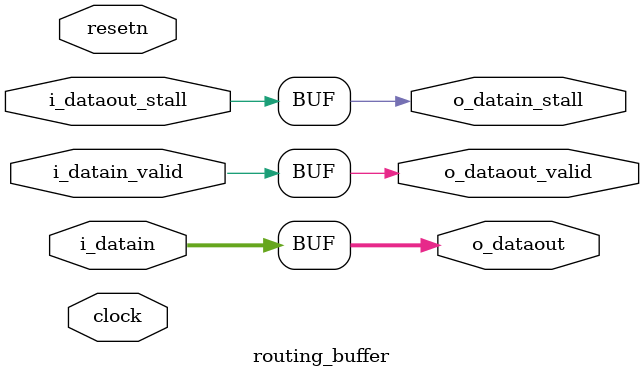
<source format=v>
    


module routing_buffer(clock, resetn, 
  i_datain, i_datain_valid, o_datain_stall, 
  o_dataout, i_dataout_stall, o_dataout_valid);

parameter DATA_WIDTH = 32;
parameter INSERT_REGISTER = 0;

 input clock, resetn;
 input [DATA_WIDTH-1:0] i_datain;
 input i_datain_valid;
 output reg o_datain_stall;
 output reg [DATA_WIDTH-1:0] o_dataout;
 input i_dataout_stall;
 output reg o_dataout_valid;
 
generate
if (INSERT_REGISTER)
begin
  always @ (negedge resetn or posedge clock)
  begin
    if (~resetn)
    begin
      o_datain_stall <= 1'b0;
      o_dataout_valid <= 1'b0;
      o_dataout <= 'x;
    end
    else
    begin
      o_datain_stall <= i_dataout_stall;
      o_dataout_valid <= i_datain_valid;
      o_dataout <= i_datain;
    end
  end
end
else
begin //non-registered version
  always @ (*)
  begin
    o_datain_stall <= i_dataout_stall;
    o_dataout_valid <= i_datain_valid;
    o_dataout <= i_datain;
  end
end
endgenerate

endmodule

</source>
